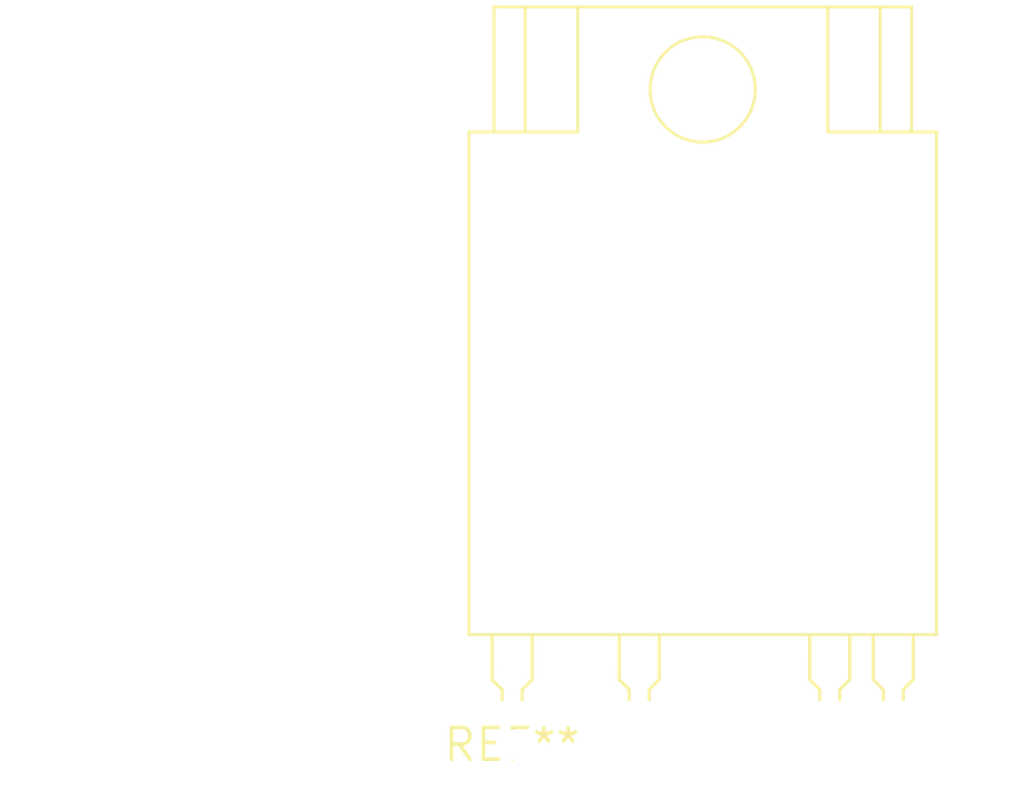
<source format=kicad_pcb>
(kicad_pcb (version 20240108) (generator pcbnew)
  (layers (0 "F.Cu" signal) (31 "B.Cu" signal) (34 "B.Paste" user) (35 "F.Paste" user) (36 "B.SilkS" user "B.Silkscreen") (37 "F.SilkS" user "F.Silkscreen") (38 "B.Mask" user) (39 "F.Mask" user) (44 "Edge.Cuts" user))
  (net 0 "")
  (footprint "SIP4_Sharp-SSR_P7.62mm_Angled_NoHole" (layer "F.Cu") (at 0 0)
    (property "Reference" "REF**")
    (property "Value" "SIP4_Sharp-SSR_P7.62mm_Angled_NoHole")
    (fp_line (start -1.73 -24.5) (end 2.62 -24.5) (layer "F.SilkS") (stroke (width 0.12)))
    (fp_line (start -1.73 -4.4) (end -1.73 -24.5) (layer "F.SilkS") (stroke (width 0.12)))
    (fp_line (start -0.8 -3.2) (end -0.8 -4.4) (layer "F.SilkS") (stroke (width 0.12)))
    (fp_line (start -0.8 -3.2) (end -0.8 -4.4) (layer "F.SilkS") (stroke (width 0.12)))
    (fp_line (start -0.8 -2.6) (end -0.8 -3.2) (layer "F.SilkS") (stroke (width 0.12)))
    (fp_line (start -0.8 -2.6) (end -0.8 -3.2) (layer "F.SilkS") (stroke (width 0.12)))
    (fp_line (start -0.73 -29.5) (end 15.97 -29.5) (layer "F.SilkS") (stroke (width 0.12)))
    (fp_line (start -0.73 -24.5) (end -0.73 -29.5) (layer "F.SilkS") (stroke (width 0.12)))
    (fp_line (start -0.4 -2.2) (end -0.8 -2.6) (layer "F.SilkS") (stroke (width 0.12)))
    (fp_line (start -0.4 -2.2) (end -0.8 -2.6) (layer "F.SilkS") (stroke (width 0.12)))
    (fp_line (start -0.4 -2.2) (end -0.4 -1.8) (layer "F.SilkS") (stroke (width 0.12)))
    (fp_line (start -0.4 -2.2) (end -0.4 -1.8) (layer "F.SilkS") (stroke (width 0.12)))
    (fp_line (start 0.4 -2.2) (end 0.8 -2.6) (layer "F.SilkS") (stroke (width 0.12)))
    (fp_line (start 0.4 -2.2) (end 0.8 -2.6) (layer "F.SilkS") (stroke (width 0.12)))
    (fp_line (start 0.4 -1.8) (end 0.4 -2.2) (layer "F.SilkS") (stroke (width 0.12)))
    (fp_line (start 0.4 -1.8) (end 0.4 -2.2) (layer "F.SilkS") (stroke (width 0.12)))
    (fp_line (start 0.52 -24.5) (end 0.52 -29.5) (layer "F.SilkS") (stroke (width 0.12)))
    (fp_line (start 0.8 -2.6) (end 0.8 -4.4) (layer "F.SilkS") (stroke (width 0.12)))
    (fp_line (start 0.8 -2.6) (end 0.8 -4.4) (layer "F.SilkS") (stroke (width 0.12)))
    (fp_line (start 2.62 -29.5) (end 2.62 -24.5) (layer "F.SilkS") (stroke (width 0.12)))
    (fp_line (start 4.28 -3.2) (end 4.28 -4.4) (layer "F.SilkS") (stroke (width 0.12)))
    (fp_line (start 4.28 -3.2) (end 4.28 -4.4) (layer "F.SilkS") (stroke (width 0.12)))
    (fp_line (start 4.28 -2.6) (end 4.28 -3.2) (layer "F.SilkS") (stroke (width 0.12)))
    (fp_line (start 4.28 -2.6) (end 4.28 -3.2) (layer "F.SilkS") (stroke (width 0.12)))
    (fp_line (start 4.68 -2.2) (end 4.28 -2.6) (layer "F.SilkS") (stroke (width 0.12)))
    (fp_line (start 4.68 -2.2) (end 4.28 -2.6) (layer "F.SilkS") (stroke (width 0.12)))
    (fp_line (start 4.68 -2.2) (end 4.68 -1.8) (layer "F.SilkS") (stroke (width 0.12)))
    (fp_line (start 4.68 -2.2) (end 4.68 -1.8) (layer "F.SilkS") (stroke (width 0.12)))
    (fp_line (start 5.48 -2.2) (end 5.88 -2.6) (layer "F.SilkS") (stroke (width 0.12)))
    (fp_line (start 5.48 -2.2) (end 5.88 -2.6) (layer "F.SilkS") (stroke (width 0.12)))
    (fp_line (start 5.48 -1.8) (end 5.48 -2.2) (layer "F.SilkS") (stroke (width 0.12)))
    (fp_line (start 5.48 -1.8) (end 5.48 -2.2) (layer "F.SilkS") (stroke (width 0.12)))
    (fp_line (start 5.88 -2.6) (end 5.88 -4.4) (layer "F.SilkS") (stroke (width 0.12)))
    (fp_line (start 5.88 -2.6) (end 5.88 -4.4) (layer "F.SilkS") (stroke (width 0.12)))
    (fp_line (start 11.9 -3.2) (end 11.9 -4.4) (layer "F.SilkS") (stroke (width 0.12)))
    (fp_line (start 11.9 -3.2) (end 11.9 -4.4) (layer "F.SilkS") (stroke (width 0.12)))
    (fp_line (start 11.9 -2.6) (end 11.9 -3.2) (layer "F.SilkS") (stroke (width 0.12)))
    (fp_line (start 11.9 -2.6) (end 11.9 -3.2) (layer "F.SilkS") (stroke (width 0.12)))
    (fp_line (start 12.3 -2.2) (end 11.9 -2.6) (layer "F.SilkS") (stroke (width 0.12)))
    (fp_line (start 12.3 -2.2) (end 11.9 -2.6) (layer "F.SilkS") (stroke (width 0.12)))
    (fp_line (start 12.3 -2.2) (end 12.3 -1.8) (layer "F.SilkS") (stroke (width 0.12)))
    (fp_line (start 12.3 -2.2) (end 12.3 -1.8) (layer "F.SilkS") (stroke (width 0.12)))
    (fp_line (start 12.62 -29.5) (end 12.62 -24.5) (layer "F.SilkS") (stroke (width 0.12)))
    (fp_line (start 12.62 -24.5) (end 16.97 -24.5) (layer "F.SilkS") (stroke (width 0.12)))
    (fp_line (start 13.1 -2.2) (end 13.5 -2.6) (layer "F.SilkS") (stroke (width 0.12)))
    (fp_line (start 13.1 -2.2) (end 13.5 -2.6) (layer "F.SilkS") (stroke (width 0.12)))
    (fp_line (start 13.1 -1.8) (end 13.1 -2.2) (layer "F.SilkS") (stroke (width 0.12)))
    (fp_line (start 13.1 -1.8) (end 13.1 -2.2) (layer "F.SilkS") (stroke (width 0.12)))
    (fp_line (start 13.5 -2.6) (end 13.5 -4.4) (layer "F.SilkS") (stroke (width 0.12)))
    (fp_line (start 13.5 -2.6) (end 13.5 -4.4) (layer "F.SilkS") (stroke (width 0.12)))
    (fp_line (start 14.44 -3.2) (end 14.44 -4.4) (layer "F.SilkS") (stroke (width 0.12)))
    (fp_line (start 14.44 -3.2) (end 14.44 -4.4) (layer "F.SilkS") (stroke (width 0.12)))
    (fp_line (start 14.44 -2.6) (end 14.44 -3.2) (layer "F.SilkS") (stroke (width 0.12)))
    (fp_line (start 14.44 -2.6) (end 14.44 -3.2) (layer "F.SilkS") (stroke (width 0.12)))
    (fp_line (start 14.72 -24.5) (end 14.72 -29.5) (layer "F.SilkS") (stroke (width 0.12)))
    (fp_line (start 14.84 -2.2) (end 14.44 -2.6) (layer "F.SilkS") (stroke (width 0.12)))
    (fp_line (start 14.84 -2.2) (end 14.44 -2.6) (layer "F.SilkS") (stroke (width 0.12)))
    (fp_line (start 14.84 -2.2) (end 14.84 -1.8) (layer "F.SilkS") (stroke (width 0.12)))
    (fp_line (start 14.84 -2.2) (end 14.84 -1.8) (layer "F.SilkS") (stroke (width 0.12)))
    (fp_line (start 15.64 -2.2) (end 16.04 -2.6) (layer "F.SilkS") (stroke (width 0.12)))
    (fp_line (start 15.64 -2.2) (end 16.04 -2.6) (layer "F.SilkS") (stroke (width 0.12)))
    (fp_line (start 15.64 -1.8) (end 15.64 -2.2) (layer "F.SilkS") (stroke (width 0.12)))
    (fp_line (start 15.64 -1.8) (end 15.64 -2.2) (layer "F.SilkS") (stroke (width 0.12)))
    (fp_line (start 15.97 -24.5) (end 15.97 -29.5) (layer "F.SilkS") (stroke (width 0.12)))
    (fp_line (start 16.04 -2.6) (end 16.04 -4.4) (layer "F.SilkS") (stroke (width 0.12)))
    (fp_line (start 16.04 -2.6) (end 16.04 -4.4) (layer "F.SilkS") (stroke (width 0.12)))
    (fp_line (start 16.97 -24.5) (end 16.97 -4.4) (layer "F.SilkS") (stroke (width 0.12)))
    (fp_line (start 16.97 -4.4) (end -1.73 -4.4) (layer "F.SilkS") (stroke (width 0.12)))
    (fp_circle (center 7.62 -26.2) (end 9.35 -27.4) (layer "F.SilkS") (stroke (width 0.12)) (fill none))
    (pad "1" thru_hole rect (at 0 0) (size 2 3) (drill 1.2) (layers *.Cu *.Mask) (remove_unused_layers))
    (pad "2" thru_hole oval (at 5.08 0) (size 2 3) (drill 1.2) (layers *.Cu *.Mask) (remove_unused_layers))
    (pad "3" thru_hole oval (at 12.7 0) (size 2 3) (drill 1.2) (layers *.Cu *.Mask) (remove_unused_layers))
    (pad "4" thru_hole oval (at 15.24 0) (size 2 3) (drill 1.2) (layers *.Cu *.Mask) (remove_unused_layers))
  )
)
</source>
